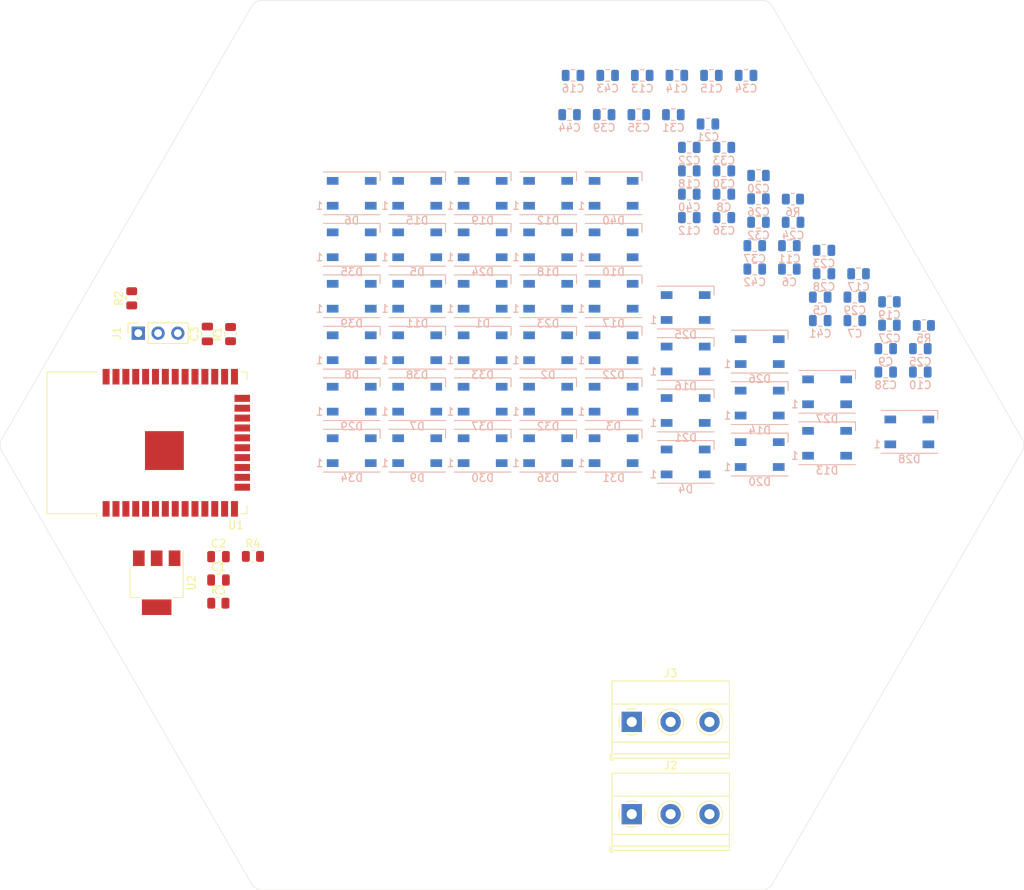
<source format=kicad_pcb>
(kicad_pcb (version 20171130) (host pcbnew 5.1.10-88a1d61d58~88~ubuntu20.10.1)
  (layers (0 F.Cu signal) (31 B.Cu signal) (34 B.Paste user) (35 F.Paste user) (36 B.SilkS user) (37 F.SilkS user) (38 B.Mask user) (39 F.Mask user) (44 Edge.Cuts user))
  (net 0 "")
  (net 1 GND)
  (net 2 +5V)
  (net 3 +3V3)
  (net 4 "Net-(D1-Pad2)")
  (net 5 "Net-(D1-Pad4)")
  (net 6 "Net-(D2-Pad2)")
  (net 7 "Net-(D2-Pad4)")
  (net 8 "Net-(D3-Pad2)")
  (net 9 "Net-(D3-Pad4)")
  (net 10 "Net-(D4-Pad2)")
  (net 11 "Net-(D39-Pad2)")
  (net 12 "Net-(D5-Pad2)")
  (net 13 "Net-(D10-Pad4)")
  (net 14 "Net-(D11-Pad4)")
  (net 15 "Net-(D12-Pad4)")
  (net 16 "Net-(D13-Pad4)")
  (net 17 "Net-(D10-Pad2)")
  (net 18 "Net-(D11-Pad2)")
  (net 19 "Net-(D12-Pad2)")
  (net 20 "Net-(D13-Pad2)")
  (net 21 "Net-(D14-Pad2)")
  (net 22 "Net-(D15-Pad2)")
  (net 23 "Net-(D16-Pad2)")
  (net 24 "Net-(D17-Pad2)")
  (net 25 "Net-(D18-Pad2)")
  (net 26 "Net-(D19-Pad2)")
  (net 27 "Net-(D20-Pad2)")
  (net 28 "Net-(D21-Pad2)")
  (net 29 "Net-(D22-Pad2)")
  (net 30 "Net-(D23-Pad2)")
  (net 31 "Net-(D24-Pad2)")
  (net 32 "Net-(D25-Pad2)")
  (net 33 "Net-(D26-Pad2)")
  (net 34 "Net-(D27-Pad2)")
  (net 35 "Net-(D28-Pad2)")
  (net 36 "Net-(D29-Pad2)")
  (net 37 "Net-(D30-Pad2)")
  (net 38 "Net-(D31-Pad2)")
  (net 39 "Net-(D32-Pad2)")
  (net 40 "Net-(D33-Pad2)")
  (net 41 "Net-(D34-Pad2)")
  (net 42 "Net-(D35-Pad2)")
  (net 43 "Net-(D36-Pad2)")
  (net 44 "Net-(D40-Pad2)")
  (net 45 /RGB_RING_SIG)
  (net 46 /EARTH)
  (net 47 /LIVE)
  (net 48 /NEUTRAL)
  (net 49 /ESP_EN)
  (net 50 /ESP_IO5)
  (net 51 /ESP_IO15)
  (net 52 /ESP_IO12)
  (net 53 /RGB_SIG)
  (net 54 "Net-(U1-Pad37)")
  (net 55 "Net-(U1-Pad36)")
  (net 56 "Net-(U1-Pad35)")
  (net 57 "Net-(U1-Pad34)")
  (net 58 "Net-(U1-Pad33)")
  (net 59 "Net-(U1-Pad32)")
  (net 60 /WARM_WHITE_SIG)
  (net 61 /COLD_WHITE_SIG)
  (net 62 "Net-(U1-Pad26)")
  (net 63 "Net-(U1-Pad25)")
  (net 64 "Net-(U1-Pad24)")
  (net 65 "Net-(U1-Pad22)")
  (net 66 "Net-(U1-Pad21)")
  (net 67 "Net-(U1-Pad20)")
  (net 68 "Net-(U1-Pad19)")
  (net 69 "Net-(U1-Pad18)")
  (net 70 "Net-(U1-Pad17)")
  (net 71 "Net-(U1-Pad16)")
  (net 72 "Net-(U1-Pad13)")
  (net 73 "Net-(U1-Pad12)")
  (net 74 "Net-(U1-Pad11)")
  (net 75 "Net-(U1-Pad10)")
  (net 76 "Net-(U1-Pad9)")
  (net 77 "Net-(U1-Pad8)")
  (net 78 "Net-(U1-Pad7)")
  (net 79 "Net-(U1-Pad6)")
  (net 80 "Net-(U1-Pad5)")
  (net 81 "Net-(U1-Pad4)")
  (module Package_TO_SOT_SMD:SOT-223-3_TabPin2 (layer F.Cu) (at 54.3 117.7 270)
    (fp_text reference U2 (at 0 -4.5 90) (layer F.SilkS))
    (fp_text value AMS1117-3.3)
    (pad 1 smd rect (at -3.15 -2.3 270) (size 2 1.5) (layers F.Cu F.Paste F.Mask) (net 1 GND))
    (pad 3 smd rect (at -3.15 2.3 270) (size 2 1.5) (layers F.Cu F.Paste F.Mask) (net 2 +5V))
    (pad 2 smd rect (at -3.15 0 270) (size 2 1.5) (layers F.Cu F.Paste F.Mask) (net 3 +3V3))
    (pad 2 smd rect (at 3.15 0 270) (size 2 3.8) (layers F.Cu F.Paste F.Mask) (net 3 +3V3))
  )
  (module RF_Module:ESP32-WROOM-32 (layer F.Cu) (at 56.05 99.7 90)
    (fp_text reference U1 (at -10.61 8.43) (layer F.SilkS))
    (fp_text value ESP32-WROOM-32D)
    (pad 38 smd rect (at 8.5 -8.255 90) (size 2 0.9) (layers F.Cu F.Paste F.Mask) (net 1 GND))
    (pad 37 smd rect (at 8.5 -6.985 90) (size 2 0.9) (layers F.Cu F.Paste F.Mask) (net 54 "Net-(U1-Pad37)"))
    (pad 36 smd rect (at 8.5 -5.715 90) (size 2 0.9) (layers F.Cu F.Paste F.Mask) (net 55 "Net-(U1-Pad36)"))
    (pad 35 smd rect (at 8.5 -4.445 90) (size 2 0.9) (layers F.Cu F.Paste F.Mask) (net 56 "Net-(U1-Pad35)"))
    (pad 34 smd rect (at 8.5 -3.175 90) (size 2 0.9) (layers F.Cu F.Paste F.Mask) (net 57 "Net-(U1-Pad34)"))
    (pad 33 smd rect (at 8.5 -1.905 90) (size 2 0.9) (layers F.Cu F.Paste F.Mask) (net 58 "Net-(U1-Pad33)"))
    (pad 32 smd rect (at 8.5 -0.635 90) (size 2 0.9) (layers F.Cu F.Paste F.Mask) (net 59 "Net-(U1-Pad32)"))
    (pad 31 smd rect (at 8.5 0.635 90) (size 2 0.9) (layers F.Cu F.Paste F.Mask) (net 60 /WARM_WHITE_SIG))
    (pad 30 smd rect (at 8.5 1.905 90) (size 2 0.9) (layers F.Cu F.Paste F.Mask) (net 61 /COLD_WHITE_SIG))
    (pad 29 smd rect (at 8.5 3.175 90) (size 2 0.9) (layers F.Cu F.Paste F.Mask) (net 50 /ESP_IO5))
    (pad 28 smd rect (at 8.5 4.445 90) (size 2 0.9) (layers F.Cu F.Paste F.Mask) (net 53 /RGB_SIG))
    (pad 27 smd rect (at 8.5 5.715 90) (size 2 0.9) (layers F.Cu F.Paste F.Mask) (net 45 /RGB_RING_SIG))
    (pad 26 smd rect (at 8.5 6.985 90) (size 2 0.9) (layers F.Cu F.Paste F.Mask) (net 62 "Net-(U1-Pad26)"))
    (pad 25 smd rect (at 8.5 8.255 90) (size 2 0.9) (layers F.Cu F.Paste F.Mask) (net 63 "Net-(U1-Pad25)"))
    (pad 24 smd rect (at 5.715 9.255 180) (size 2 0.9) (layers F.Cu F.Paste F.Mask) (net 64 "Net-(U1-Pad24)"))
    (pad 23 smd rect (at 4.445 9.255 180) (size 2 0.9) (layers F.Cu F.Paste F.Mask) (net 51 /ESP_IO15))
    (pad 22 smd rect (at 3.175 9.255 180) (size 2 0.9) (layers F.Cu F.Paste F.Mask) (net 65 "Net-(U1-Pad22)"))
    (pad 21 smd rect (at 1.905 9.255 180) (size 2 0.9) (layers F.Cu F.Paste F.Mask) (net 66 "Net-(U1-Pad21)"))
    (pad 20 smd rect (at 0.635 9.255 180) (size 2 0.9) (layers F.Cu F.Paste F.Mask) (net 67 "Net-(U1-Pad20)"))
    (pad 19 smd rect (at -0.635 9.255 180) (size 2 0.9) (layers F.Cu F.Paste F.Mask) (net 68 "Net-(U1-Pad19)"))
    (pad 18 smd rect (at -1.905 9.255 180) (size 2 0.9) (layers F.Cu F.Paste F.Mask) (net 69 "Net-(U1-Pad18)"))
    (pad 17 smd rect (at -3.175 9.255 180) (size 2 0.9) (layers F.Cu F.Paste F.Mask) (net 70 "Net-(U1-Pad17)"))
    (pad 16 smd rect (at -4.445 9.255 180) (size 2 0.9) (layers F.Cu F.Paste F.Mask) (net 71 "Net-(U1-Pad16)"))
    (pad 15 smd rect (at -5.715 9.255 180) (size 2 0.9) (layers F.Cu F.Paste F.Mask) (net 1 GND))
    (pad 14 smd rect (at -8.5 8.255 90) (size 2 0.9) (layers F.Cu F.Paste F.Mask) (net 52 /ESP_IO12))
    (pad 13 smd rect (at -8.5 6.985 90) (size 2 0.9) (layers F.Cu F.Paste F.Mask) (net 72 "Net-(U1-Pad13)"))
    (pad 12 smd rect (at -8.5 5.715 90) (size 2 0.9) (layers F.Cu F.Paste F.Mask) (net 73 "Net-(U1-Pad12)"))
    (pad 11 smd rect (at -8.5 4.445 90) (size 2 0.9) (layers F.Cu F.Paste F.Mask) (net 74 "Net-(U1-Pad11)"))
    (pad 10 smd rect (at -8.5 3.175 90) (size 2 0.9) (layers F.Cu F.Paste F.Mask) (net 75 "Net-(U1-Pad10)"))
    (pad 9 smd rect (at -8.5 1.905 90) (size 2 0.9) (layers F.Cu F.Paste F.Mask) (net 76 "Net-(U1-Pad9)"))
    (pad 8 smd rect (at -8.5 0.635 90) (size 2 0.9) (layers F.Cu F.Paste F.Mask) (net 77 "Net-(U1-Pad8)"))
    (pad 7 smd rect (at -8.5 -0.635 90) (size 2 0.9) (layers F.Cu F.Paste F.Mask) (net 78 "Net-(U1-Pad7)"))
    (pad 6 smd rect (at -8.5 -1.905 90) (size 2 0.9) (layers F.Cu F.Paste F.Mask) (net 79 "Net-(U1-Pad6)"))
    (pad 5 smd rect (at -8.5 -3.175 90) (size 2 0.9) (layers F.Cu F.Paste F.Mask) (net 80 "Net-(U1-Pad5)"))
    (pad 4 smd rect (at -8.5 -4.445 90) (size 2 0.9) (layers F.Cu F.Paste F.Mask) (net 81 "Net-(U1-Pad4)"))
    (pad 3 smd rect (at -8.5 -5.715 90) (size 2 0.9) (layers F.Cu F.Paste F.Mask) (net 49 /ESP_EN))
    (pad 2 smd rect (at -8.5 -6.985 90) (size 2 0.9) (layers F.Cu F.Paste F.Mask) (net 3 +3V3))
    (pad 1 smd rect (at -8.5 -8.255 90) (size 2 0.9) (layers F.Cu F.Paste F.Mask) (net 1 GND))
    (pad 39 smd rect (at -1 -0.755 90) (size 5 5) (layers F.Cu F.Paste F.Mask) (net 1 GND))
  )
  (module Resistor_SMD:R_0805_2012Metric (layer B.Cu) (at 136.13 68.36)
    (fp_text reference R6 (at 0 1.65) (layer B.SilkS) (effects (justify mirror)))
    (fp_text value 500R)
    (pad 2 smd roundrect (at 0.9125 0) (size 1.025 1.4) (layers B.Cu B.Paste B.Mask) (roundrect_rratio 0.243902) (net 44 "Net-(D40-Pad2)"))
    (pad 1 smd roundrect (at -0.9125 0) (size 1.025 1.4) (layers B.Cu B.Paste B.Mask) (roundrect_rratio 0.243902) (net 1 GND))
  )
  (module Resistor_SMD:R_0805_2012Metric (layer B.Cu) (at 152.97 84.61)
    (fp_text reference R5 (at 0 1.65) (layer B.SilkS) (effects (justify mirror)))
    (fp_text value 500R)
    (pad 2 smd roundrect (at 0.9125 0) (size 1.025 1.4) (layers B.Cu B.Paste B.Mask) (roundrect_rratio 0.243902) (net 53 /RGB_SIG))
    (pad 1 smd roundrect (at -0.9125 0) (size 1.025 1.4) (layers B.Cu B.Paste B.Mask) (roundrect_rratio 0.243902) (net 5 "Net-(D1-Pad4)"))
  )
  (module Resistor_SMD:R_0805_2012Metric (layer F.Cu) (at 66.68 114.31)
    (fp_text reference R4 (at 0 -1.65) (layer F.SilkS))
    (fp_text value "10K 0805")
    (pad 2 smd roundrect (at 0.9125 0) (size 1.025 1.4) (layers F.Cu F.Paste F.Mask) (roundrect_rratio 0.243902) (net 52 /ESP_IO12))
    (pad 1 smd roundrect (at -0.9125 0) (size 1.025 1.4) (layers F.Cu F.Paste F.Mask) (roundrect_rratio 0.243902) (net 1 GND))
  )
  (module Resistor_SMD:R_0805_2012Metric (layer F.Cu) (at 62.23 120.33)
    (fp_text reference R3 (at 0 -1.65) (layer F.SilkS))
    (fp_text value "10K 0805")
    (pad 2 smd roundrect (at 0.9125 0) (size 1.025 1.4) (layers F.Cu F.Paste F.Mask) (roundrect_rratio 0.243902) (net 51 /ESP_IO15))
    (pad 1 smd roundrect (at -0.9125 0) (size 1.025 1.4) (layers F.Cu F.Paste F.Mask) (roundrect_rratio 0.243902) (net 3 +3V3))
  )
  (module Resistor_SMD:R_0805_2012Metric (layer F.Cu) (at 51.09 81.12 90)
    (fp_text reference R2 (at 0 -1.65 90) (layer F.SilkS))
    (fp_text value "10K 0805")
    (pad 2 smd roundrect (at 0.9125 0 90) (size 1.025 1.4) (layers F.Cu F.Paste F.Mask) (roundrect_rratio 0.243902) (net 50 /ESP_IO5))
    (pad 1 smd roundrect (at -0.9125 0 90) (size 1.025 1.4) (layers F.Cu F.Paste F.Mask) (roundrect_rratio 0.243902) (net 3 +3V3))
  )
  (module Resistor_SMD:R_0805_2012Metric (layer F.Cu) (at 63.8 85.72 90)
    (fp_text reference R1 (at 0 -1.65 90) (layer F.SilkS))
    (fp_text value "10K 0805")
    (pad 2 smd roundrect (at 0.9125 0 90) (size 1.025 1.4) (layers F.Cu F.Paste F.Mask) (roundrect_rratio 0.243902) (net 49 /ESP_EN))
    (pad 1 smd roundrect (at -0.9125 0 90) (size 1.025 1.4) (layers F.Cu F.Paste F.Mask) (roundrect_rratio 0.243902) (net 3 +3V3))
  )
  (module TerminalBlock_Phoenix:TerminalBlock_Phoenix_MKDS-1,5-3_1x03_P5.00mm_Horizontal (layer F.Cu) (at 115.4 135.6)
    (fp_text reference J3 (at 5 -6.26) (layer F.SilkS))
    (fp_text value "External 230AC ")
    (pad 3 thru_hole circle (at 10 0) (size 2.6 2.6) (drill 1.3) (layers *.Cu *.Mask) (net 46 /EARTH))
    (pad 2 thru_hole circle (at 5 0) (size 2.6 2.6) (drill 1.3) (layers *.Cu *.Mask) (net 47 /LIVE))
    (pad 1 thru_hole rect (at 0 0) (size 2.6 2.6) (drill 1.3) (layers *.Cu *.Mask) (net 48 /NEUTRAL))
  )
  (module TerminalBlock_Phoenix:TerminalBlock_Phoenix_MKDS-1,5-3_1x03_P5.00mm_Horizontal (layer F.Cu) (at 115.4 147.46)
    (fp_text reference J2 (at 5 -6.26) (layer F.SilkS))
    (fp_text value "External 230AC ")
    (pad 3 thru_hole circle (at 10 0) (size 2.6 2.6) (drill 1.3) (layers *.Cu *.Mask) (net 46 /EARTH))
    (pad 2 thru_hole circle (at 5 0) (size 2.6 2.6) (drill 1.3) (layers *.Cu *.Mask) (net 47 /LIVE))
    (pad 1 thru_hole rect (at 0 0) (size 2.6 2.6) (drill 1.3) (layers *.Cu *.Mask) (net 48 /NEUTRAL))
  )
  (module Connector_PinSocket_2.54mm:PinSocket_1x03_P2.54mm_Vertical (layer F.Cu) (at 51.94 85.6 90)
    (fp_text reference J1 (at 0 -2.77 90) (layer F.SilkS))
    (fp_text value "RGB LED RING")
    (pad 3 thru_hole oval (at 0 5.08 90) (size 1.7 1.7) (drill 1) (layers *.Cu *.Mask) (net 1 GND))
    (pad 2 thru_hole oval (at 0 2.54 90) (size 1.7 1.7) (drill 1) (layers *.Cu *.Mask) (net 45 /RGB_RING_SIG))
    (pad 1 thru_hole rect (at 0 0 90) (size 1.7 1.7) (drill 1) (layers *.Cu *.Mask) (net 2 +5V))
  )
  (module LED_SMD:LED_WS2812B_PLCC4_5.0x5.0mm_P3.2mm (layer B.Cu) (at 113.065 67.615)
    (fp_text reference D40 (at 0 3.5) (layer B.SilkS) (effects (justify mirror)))
    (fp_text value WS2812B)
    (fp_text user 1 (at -4.15 1.6) (layer B.SilkS) (effects (justify mirror)))
    (pad 1 smd rect (at -2.45 1.6) (size 1.5 1) (layers B.Cu B.Paste B.Mask) (net 2 +5V))
    (pad 2 smd rect (at -2.45 -1.6) (size 1.5 1) (layers B.Cu B.Paste B.Mask) (net 44 "Net-(D40-Pad2)"))
    (pad 4 smd rect (at 2.45 1.6) (size 1.5 1) (layers B.Cu B.Paste B.Mask) (net 43 "Net-(D36-Pad2)"))
    (pad 3 smd rect (at 2.45 -1.6) (size 1.5 1) (layers B.Cu B.Paste B.Mask) (net 1 GND))
  )
  (module LED_SMD:LED_WS2812B_PLCC4_5.0x5.0mm_P3.2mm (layer B.Cu) (at 79.385 80.855)
    (fp_text reference D39 (at 0 3.5) (layer B.SilkS) (effects (justify mirror)))
    (fp_text value WS2812B)
    (fp_text user 1 (at -4.15 1.6) (layer B.SilkS) (effects (justify mirror)))
    (pad 1 smd rect (at -2.45 1.6) (size 1.5 1) (layers B.Cu B.Paste B.Mask) (net 2 +5V))
    (pad 2 smd rect (at -2.45 -1.6) (size 1.5 1) (layers B.Cu B.Paste B.Mask) (net 11 "Net-(D39-Pad2)"))
    (pad 4 smd rect (at 2.45 1.6) (size 1.5 1) (layers B.Cu B.Paste B.Mask) (net 42 "Net-(D35-Pad2)"))
    (pad 3 smd rect (at 2.45 -1.6) (size 1.5 1) (layers B.Cu B.Paste B.Mask) (net 1 GND))
  )
  (module LED_SMD:LED_WS2812B_PLCC4_5.0x5.0mm_P3.2mm (layer B.Cu) (at 87.805 87.475)
    (fp_text reference D38 (at 0 3.5) (layer B.SilkS) (effects (justify mirror)))
    (fp_text value WS2812B)
    (fp_text user 1 (at -4.15 1.6) (layer B.SilkS) (effects (justify mirror)))
    (pad 1 smd rect (at -2.45 1.6) (size 1.5 1) (layers B.Cu B.Paste B.Mask) (net 2 +5V))
    (pad 2 smd rect (at -2.45 -1.6) (size 1.5 1) (layers B.Cu B.Paste B.Mask) (net 9 "Net-(D3-Pad4)"))
    (pad 4 smd rect (at 2.45 1.6) (size 1.5 1) (layers B.Cu B.Paste B.Mask) (net 41 "Net-(D34-Pad2)"))
    (pad 3 smd rect (at 2.45 -1.6) (size 1.5 1) (layers B.Cu B.Paste B.Mask) (net 1 GND))
  )
  (module LED_SMD:LED_WS2812B_PLCC4_5.0x5.0mm_P3.2mm (layer B.Cu) (at 96.225 94.095)
    (fp_text reference D37 (at 0 3.5) (layer B.SilkS) (effects (justify mirror)))
    (fp_text value WS2812B)
    (fp_text user 1 (at -4.15 1.6) (layer B.SilkS) (effects (justify mirror)))
    (pad 1 smd rect (at -2.45 1.6) (size 1.5 1) (layers B.Cu B.Paste B.Mask) (net 2 +5V))
    (pad 2 smd rect (at -2.45 -1.6) (size 1.5 1) (layers B.Cu B.Paste B.Mask) (net 7 "Net-(D2-Pad4)"))
    (pad 4 smd rect (at 2.45 1.6) (size 1.5 1) (layers B.Cu B.Paste B.Mask) (net 40 "Net-(D33-Pad2)"))
    (pad 3 smd rect (at 2.45 -1.6) (size 1.5 1) (layers B.Cu B.Paste B.Mask) (net 1 GND))
  )
  (module LED_SMD:LED_WS2812B_PLCC4_5.0x5.0mm_P3.2mm (layer B.Cu) (at 104.645 100.715)
    (fp_text reference D36 (at 0 3.5) (layer B.SilkS) (effects (justify mirror)))
    (fp_text value WS2812B)
    (fp_text user 1 (at -4.15 1.6) (layer B.SilkS) (effects (justify mirror)))
    (pad 1 smd rect (at -2.45 1.6) (size 1.5 1) (layers B.Cu B.Paste B.Mask) (net 2 +5V))
    (pad 2 smd rect (at -2.45 -1.6) (size 1.5 1) (layers B.Cu B.Paste B.Mask) (net 43 "Net-(D36-Pad2)"))
    (pad 4 smd rect (at 2.45 1.6) (size 1.5 1) (layers B.Cu B.Paste B.Mask) (net 39 "Net-(D32-Pad2)"))
    (pad 3 smd rect (at 2.45 -1.6) (size 1.5 1) (layers B.Cu B.Paste B.Mask) (net 1 GND))
  )
  (module LED_SMD:LED_WS2812B_PLCC4_5.0x5.0mm_P3.2mm (layer B.Cu) (at 79.385 74.235)
    (fp_text reference D35 (at 0 3.5) (layer B.SilkS) (effects (justify mirror)))
    (fp_text value WS2812B)
    (fp_text user 1 (at -4.15 1.6) (layer B.SilkS) (effects (justify mirror)))
    (pad 1 smd rect (at -2.45 1.6) (size 1.5 1) (layers B.Cu B.Paste B.Mask) (net 2 +5V))
    (pad 2 smd rect (at -2.45 -1.6) (size 1.5 1) (layers B.Cu B.Paste B.Mask) (net 42 "Net-(D35-Pad2)"))
    (pad 4 smd rect (at 2.45 1.6) (size 1.5 1) (layers B.Cu B.Paste B.Mask) (net 38 "Net-(D31-Pad2)"))
    (pad 3 smd rect (at 2.45 -1.6) (size 1.5 1) (layers B.Cu B.Paste B.Mask) (net 1 GND))
  )
  (module LED_SMD:LED_WS2812B_PLCC4_5.0x5.0mm_P3.2mm (layer B.Cu) (at 79.385 100.715)
    (fp_text reference D34 (at 0 3.5) (layer B.SilkS) (effects (justify mirror)))
    (fp_text value WS2812B)
    (fp_text user 1 (at -4.15 1.6) (layer B.SilkS) (effects (justify mirror)))
    (pad 1 smd rect (at -2.45 1.6) (size 1.5 1) (layers B.Cu B.Paste B.Mask) (net 2 +5V))
    (pad 2 smd rect (at -2.45 -1.6) (size 1.5 1) (layers B.Cu B.Paste B.Mask) (net 41 "Net-(D34-Pad2)"))
    (pad 4 smd rect (at 2.45 1.6) (size 1.5 1) (layers B.Cu B.Paste B.Mask) (net 37 "Net-(D30-Pad2)"))
    (pad 3 smd rect (at 2.45 -1.6) (size 1.5 1) (layers B.Cu B.Paste B.Mask) (net 1 GND))
  )
  (module LED_SMD:LED_WS2812B_PLCC4_5.0x5.0mm_P3.2mm (layer B.Cu) (at 96.225 87.475)
    (fp_text reference D33 (at 0 3.5) (layer B.SilkS) (effects (justify mirror)))
    (fp_text value WS2812B)
    (fp_text user 1 (at -4.15 1.6) (layer B.SilkS) (effects (justify mirror)))
    (pad 1 smd rect (at -2.45 1.6) (size 1.5 1) (layers B.Cu B.Paste B.Mask) (net 2 +5V))
    (pad 2 smd rect (at -2.45 -1.6) (size 1.5 1) (layers B.Cu B.Paste B.Mask) (net 40 "Net-(D33-Pad2)"))
    (pad 4 smd rect (at 2.45 1.6) (size 1.5 1) (layers B.Cu B.Paste B.Mask) (net 36 "Net-(D29-Pad2)"))
    (pad 3 smd rect (at 2.45 -1.6) (size 1.5 1) (layers B.Cu B.Paste B.Mask) (net 1 GND))
  )
  (module LED_SMD:LED_WS2812B_PLCC4_5.0x5.0mm_P3.2mm (layer B.Cu) (at 104.645 94.095)
    (fp_text reference D32 (at 0 3.5) (layer B.SilkS) (effects (justify mirror)))
    (fp_text value WS2812B)
    (fp_text user 1 (at -4.15 1.6) (layer B.SilkS) (effects (justify mirror)))
    (pad 1 smd rect (at -2.45 1.6) (size 1.5 1) (layers B.Cu B.Paste B.Mask) (net 2 +5V))
    (pad 2 smd rect (at -2.45 -1.6) (size 1.5 1) (layers B.Cu B.Paste B.Mask) (net 39 "Net-(D32-Pad2)"))
    (pad 4 smd rect (at 2.45 1.6) (size 1.5 1) (layers B.Cu B.Paste B.Mask) (net 35 "Net-(D28-Pad2)"))
    (pad 3 smd rect (at 2.45 -1.6) (size 1.5 1) (layers B.Cu B.Paste B.Mask) (net 1 GND))
  )
  (module LED_SMD:LED_WS2812B_PLCC4_5.0x5.0mm_P3.2mm (layer B.Cu) (at 113.065 100.715)
    (fp_text reference D31 (at 0 3.5) (layer B.SilkS) (effects (justify mirror)))
    (fp_text value WS2812B)
    (fp_text user 1 (at -4.15 1.6) (layer B.SilkS) (effects (justify mirror)))
    (pad 1 smd rect (at -2.45 1.6) (size 1.5 1) (layers B.Cu B.Paste B.Mask) (net 2 +5V))
    (pad 2 smd rect (at -2.45 -1.6) (size 1.5 1) (layers B.Cu B.Paste B.Mask) (net 38 "Net-(D31-Pad2)"))
    (pad 4 smd rect (at 2.45 1.6) (size 1.5 1) (layers B.Cu B.Paste B.Mask) (net 34 "Net-(D27-Pad2)"))
    (pad 3 smd rect (at 2.45 -1.6) (size 1.5 1) (layers B.Cu B.Paste B.Mask) (net 1 GND))
  )
  (module LED_SMD:LED_WS2812B_PLCC4_5.0x5.0mm_P3.2mm (layer B.Cu) (at 96.225 100.715)
    (fp_text reference D30 (at 0 3.5) (layer B.SilkS) (effects (justify mirror)))
    (fp_text value WS2812B)
    (fp_text user 1 (at -4.15 1.6) (layer B.SilkS) (effects (justify mirror)))
    (pad 1 smd rect (at -2.45 1.6) (size 1.5 1) (layers B.Cu B.Paste B.Mask) (net 2 +5V))
    (pad 2 smd rect (at -2.45 -1.6) (size 1.5 1) (layers B.Cu B.Paste B.Mask) (net 37 "Net-(D30-Pad2)"))
    (pad 4 smd rect (at 2.45 1.6) (size 1.5 1) (layers B.Cu B.Paste B.Mask) (net 33 "Net-(D26-Pad2)"))
    (pad 3 smd rect (at 2.45 -1.6) (size 1.5 1) (layers B.Cu B.Paste B.Mask) (net 1 GND))
  )
  (module LED_SMD:LED_WS2812B_PLCC4_5.0x5.0mm_P3.2mm (layer B.Cu) (at 79.385 94.095)
    (fp_text reference D29 (at 0 3.5) (layer B.SilkS) (effects (justify mirror)))
    (fp_text value WS2812B)
    (fp_text user 1 (at -4.15 1.6) (layer B.SilkS) (effects (justify mirror)))
    (pad 1 smd rect (at -2.45 1.6) (size 1.5 1) (layers B.Cu B.Paste B.Mask) (net 2 +5V))
    (pad 2 smd rect (at -2.45 -1.6) (size 1.5 1) (layers B.Cu B.Paste B.Mask) (net 36 "Net-(D29-Pad2)"))
    (pad 4 smd rect (at 2.45 1.6) (size 1.5 1) (layers B.Cu B.Paste B.Mask) (net 32 "Net-(D25-Pad2)"))
    (pad 3 smd rect (at 2.45 -1.6) (size 1.5 1) (layers B.Cu B.Paste B.Mask) (net 1 GND))
  )
  (module LED_SMD:LED_WS2812B_PLCC4_5.0x5.0mm_P3.2mm (layer B.Cu) (at 151.1 98.3)
    (fp_text reference D28 (at 0 3.5) (layer B.SilkS) (effects (justify mirror)))
    (fp_text value WS2812B)
    (fp_text user 1 (at -4.15 1.6) (layer B.SilkS) (effects (justify mirror)))
    (pad 1 smd rect (at -2.45 1.6) (size 1.5 1) (layers B.Cu B.Paste B.Mask) (net 2 +5V))
    (pad 2 smd rect (at -2.45 -1.6) (size 1.5 1) (layers B.Cu B.Paste B.Mask) (net 35 "Net-(D28-Pad2)"))
    (pad 4 smd rect (at 2.45 1.6) (size 1.5 1) (layers B.Cu B.Paste B.Mask) (net 31 "Net-(D24-Pad2)"))
    (pad 3 smd rect (at 2.45 -1.6) (size 1.5 1) (layers B.Cu B.Paste B.Mask) (net 1 GND))
  )
  (module LED_SMD:LED_WS2812B_PLCC4_5.0x5.0mm_P3.2mm (layer B.Cu) (at 140.525 93.145)
    (fp_text reference D27 (at 0 3.5) (layer B.SilkS) (effects (justify mirror)))
    (fp_text value WS2812B)
    (fp_text user 1 (at -4.15 1.6) (layer B.SilkS) (effects (justify mirror)))
    (pad 1 smd rect (at -2.45 1.6) (size 1.5 1) (layers B.Cu B.Paste B.Mask) (net 2 +5V))
    (pad 2 smd rect (at -2.45 -1.6) (size 1.5 1) (layers B.Cu B.Paste B.Mask) (net 34 "Net-(D27-Pad2)"))
    (pad 4 smd rect (at 2.45 1.6) (size 1.5 1) (layers B.Cu B.Paste B.Mask) (net 30 "Net-(D23-Pad2)"))
    (pad 3 smd rect (at 2.45 -1.6) (size 1.5 1) (layers B.Cu B.Paste B.Mask) (net 1 GND))
  )
  (module LED_SMD:LED_WS2812B_PLCC4_5.0x5.0mm_P3.2mm (layer B.Cu) (at 131.855 87.975)
    (fp_text reference D26 (at 0 3.5) (layer B.SilkS) (effects (justify mirror)))
    (fp_text value WS2812B)
    (fp_text user 1 (at -4.15 1.6) (layer B.SilkS) (effects (justify mirror)))
    (pad 1 smd rect (at -2.45 1.6) (size 1.5 1) (layers B.Cu B.Paste B.Mask) (net 2 +5V))
    (pad 2 smd rect (at -2.45 -1.6) (size 1.5 1) (layers B.Cu B.Paste B.Mask) (net 33 "Net-(D26-Pad2)"))
    (pad 4 smd rect (at 2.45 1.6) (size 1.5 1) (layers B.Cu B.Paste B.Mask) (net 29 "Net-(D22-Pad2)"))
    (pad 3 smd rect (at 2.45 -1.6) (size 1.5 1) (layers B.Cu B.Paste B.Mask) (net 1 GND))
  )
  (module LED_SMD:LED_WS2812B_PLCC4_5.0x5.0mm_P3.2mm (layer B.Cu) (at 122.335 82.305)
    (fp_text reference D25 (at 0 3.5) (layer B.SilkS) (effects (justify mirror)))
    (fp_text value WS2812B)
    (fp_text user 1 (at -4.15 1.6) (layer B.SilkS) (effects (justify mirror)))
    (pad 1 smd rect (at -2.45 1.6) (size 1.5 1) (layers B.Cu B.Paste B.Mask) (net 2 +5V))
    (pad 2 smd rect (at -2.45 -1.6) (size 1.5 1) (layers B.Cu B.Paste B.Mask) (net 32 "Net-(D25-Pad2)"))
    (pad 4 smd rect (at 2.45 1.6) (size 1.5 1) (layers B.Cu B.Paste B.Mask) (net 28 "Net-(D21-Pad2)"))
    (pad 3 smd rect (at 2.45 -1.6) (size 1.5 1) (layers B.Cu B.Paste B.Mask) (net 1 GND))
  )
  (module LED_SMD:LED_WS2812B_PLCC4_5.0x5.0mm_P3.2mm (layer B.Cu) (at 96.225 74.235)
    (fp_text reference D24 (at 0 3.5) (layer B.SilkS) (effects (justify mirror)))
    (fp_text value WS2812B)
    (fp_text user 1 (at -4.15 1.6) (layer B.SilkS) (effects (justify mirror)))
    (pad 1 smd rect (at -2.45 1.6) (size 1.5 1) (layers B.Cu B.Paste B.Mask) (net 2 +5V))
    (pad 2 smd rect (at -2.45 -1.6) (size 1.5 1) (layers B.Cu B.Paste B.Mask) (net 31 "Net-(D24-Pad2)"))
    (pad 4 smd rect (at 2.45 1.6) (size 1.5 1) (layers B.Cu B.Paste B.Mask) (net 27 "Net-(D20-Pad2)"))
    (pad 3 smd rect (at 2.45 -1.6) (size 1.5 1) (layers B.Cu B.Paste B.Mask) (net 1 GND))
  )
  (module LED_SMD:LED_WS2812B_PLCC4_5.0x5.0mm_P3.2mm (layer B.Cu) (at 104.645 80.855)
    (fp_text reference D23 (at 0 3.5) (layer B.SilkS) (effects (justify mirror)))
    (fp_text value WS2812B)
    (fp_text user 1 (at -4.15 1.6) (layer B.SilkS) (effects (justify mirror)))
    (pad 1 smd rect (at -2.45 1.6) (size 1.5 1) (layers B.Cu B.Paste B.Mask) (net 2 +5V))
    (pad 2 smd rect (at -2.45 -1.6) (size 1.5 1) (layers B.Cu B.Paste B.Mask) (net 30 "Net-(D23-Pad2)"))
    (pad 4 smd rect (at 2.45 1.6) (size 1.5 1) (layers B.Cu B.Paste B.Mask) (net 26 "Net-(D19-Pad2)"))
    (pad 3 smd rect (at 2.45 -1.6) (size 1.5 1) (layers B.Cu B.Paste B.Mask) (net 1 GND))
  )
  (module LED_SMD:LED_WS2812B_PLCC4_5.0x5.0mm_P3.2mm (layer B.Cu) (at 113.065 87.475)
    (fp_text reference D22 (at 0 3.5) (layer B.SilkS) (effects (justify mirror)))
    (fp_text value WS2812B)
    (fp_text user 1 (at -4.15 1.6) (layer B.SilkS) (effects (justify mirror)))
    (pad 1 smd rect (at -2.45 1.6) (size 1.5 1) (layers B.Cu B.Paste B.Mask) (net 2 +5V))
    (pad 2 smd rect (at -2.45 -1.6) (size 1.5 1) (layers B.Cu B.Paste B.Mask) (net 29 "Net-(D22-Pad2)"))
    (pad 4 smd rect (at 2.45 1.6) (size 1.5 1) (layers B.Cu B.Paste B.Mask) (net 25 "Net-(D18-Pad2)"))
    (pad 3 smd rect (at 2.45 -1.6) (size 1.5 1) (layers B.Cu B.Paste B.Mask) (net 1 GND))
  )
  (module LED_SMD:LED_WS2812B_PLCC4_5.0x5.0mm_P3.2mm (layer B.Cu) (at 122.335 95.545)
    (fp_text reference D21 (at 0 3.5) (layer B.SilkS) (effects (justify mirror)))
    (fp_text value WS2812B)
    (fp_text user 1 (at -4.15 1.6) (layer B.SilkS) (effects (justify mirror)))
    (pad 1 smd rect (at -2.45 1.6) (size 1.5 1) (layers B.Cu B.Paste B.Mask) (net 2 +5V))
    (pad 2 smd rect (at -2.45 -1.6) (size 1.5 1) (layers B.Cu B.Paste B.Mask) (net 28 "Net-(D21-Pad2)"))
    (pad 4 smd rect (at 2.45 1.6) (size 1.5 1) (layers B.Cu B.Paste B.Mask) (net 24 "Net-(D17-Pad2)"))
    (pad 3 smd rect (at 2.45 -1.6) (size 1.5 1) (layers B.Cu B.Paste B.Mask) (net 1 GND))
  )
  (module LED_SMD:LED_WS2812B_PLCC4_5.0x5.0mm_P3.2mm (layer B.Cu) (at 131.855 101.215)
    (fp_text reference D20 (at 0 3.5) (layer B.SilkS) (effects (justify mirror)))
    (fp_text value WS2812B)
    (fp_text user 1 (at -4.15 1.6) (layer B.SilkS) (effects (justify mirror)))
    (pad 1 smd rect (at -2.45 1.6) (size 1.5 1) (layers B.Cu B.Paste B.Mask) (net 2 +5V))
    (pad 2 smd rect (at -2.45 -1.6) (size 1.5 1) (layers B.Cu B.Paste B.Mask) (net 27 "Net-(D20-Pad2)"))
    (pad 4 smd rect (at 2.45 1.6) (size 1.5 1) (layers B.Cu B.Paste B.Mask) (net 23 "Net-(D16-Pad2)"))
    (pad 3 smd rect (at 2.45 -1.6) (size 1.5 1) (layers B.Cu B.Paste B.Mask) (net 1 GND))
  )
  (module LED_SMD:LED_WS2812B_PLCC4_5.0x5.0mm_P3.2mm (layer B.Cu) (at 96.225 67.615)
    (fp_text reference D19 (at 0 3.5) (layer B.SilkS) (effects (justify mirror)))
    (fp_text value WS2812B)
    (fp_text user 1 (at -4.15 1.6) (layer B.SilkS) (effects (justify mirror)))
    (pad 1 smd rect (at -2.45 1.6) (size 1.5 1) (layers B.Cu B.Paste B.Mask) (net 2 +5V))
    (pad 2 smd rect (at -2.45 -1.6) (size 1.5 1) (layers B.Cu B.Paste B.Mask) (net 26 "Net-(D19-Pad2)"))
    (pad 4 smd rect (at 2.45 1.6) (size 1.5 1) (layers B.Cu B.Paste B.Mask) (net 22 "Net-(D15-Pad2)"))
    (pad 3 smd rect (at 2.45 -1.6) (size 1.5 1) (layers B.Cu B.Paste B.Mask) (net 1 GND))
  )
  (module LED_SMD:LED_WS2812B_PLCC4_5.0x5.0mm_P3.2mm (layer B.Cu) (at 104.645 74.235)
    (fp_text reference D18 (at 0 3.5) (layer B.SilkS) (effects (justify mirror)))
    (fp_text value WS2812B)
    (fp_text user 1 (at -4.15 1.6) (layer B.SilkS) (effects (justify mirror)))
    (pad 1 smd rect (at -2.45 1.6) (size 1.5 1) (layers B.Cu B.Paste B.Mask) (net 2 +5V))
    (pad 2 smd rect (at -2.45 -1.6) (size 1.5 1) (layers B.Cu B.Paste B.Mask) (net 25 "Net-(D18-Pad2)"))
    (pad 4 smd rect (at 2.45 1.6) (size 1.5 1) (layers B.Cu B.Paste B.Mask) (net 21 "Net-(D14-Pad2)"))
    (pad 3 smd rect (at 2.45 -1.6) (size 1.5 1) (layers B.Cu B.Paste B.Mask) (net 1 GND))
  )
  (module LED_SMD:LED_WS2812B_PLCC4_5.0x5.0mm_P3.2mm (layer B.Cu) (at 113.065 80.855)
    (fp_text reference D17 (at 0 3.5) (layer B.SilkS) (effects (justify mirror)))
    (fp_text value WS2812B)
    (fp_text user 1 (at -4.15 1.6) (layer B.SilkS) (effects (justify mirror)))
    (pad 1 smd rect (at -2.45 1.6) (size 1.5 1) (layers B.Cu B.Paste B.Mask) (net 2 +5V))
    (pad 2 smd rect (at -2.45 -1.6) (size 1.5 1) (layers B.Cu B.Paste B.Mask) (net 24 "Net-(D17-Pad2)"))
    (pad 4 smd rect (at 2.45 1.6) (size 1.5 1) (layers B.Cu B.Paste B.Mask) (net 20 "Net-(D13-Pad2)"))
    (pad 3 smd rect (at 2.45 -1.6) (size 1.5 1) (layers B.Cu B.Paste B.Mask) (net 1 GND))
  )
  (module LED_SMD:LED_WS2812B_PLCC4_5.0x5.0mm_P3.2mm (layer B.Cu) (at 122.335 88.925)
    (fp_text reference D16 (at 0 3.5) (layer B.SilkS) (effects (justify mirror)))
    (fp_text value WS2812B)
    (fp_text user 1 (at -4.15 1.6) (layer B.SilkS) (effects (justify mirror)))
    (pad 1 smd rect (at -2.45 1.6) (size 1.5 1) (layers B.Cu B.Paste B.Mask) (net 2 +5V))
    (pad 2 smd rect (at -2.45 -1.6) (size 1.5 1) (layers B.Cu B.Paste B.Mask) (net 23 "Net-(D16-Pad2)"))
    (pad 4 smd rect (at 2.45 1.6) (size 1.5 1) (layers B.Cu B.Paste B.Mask) (net 19 "Net-(D12-Pad2)"))
    (pad 3 smd rect (at 2.45 -1.6) (size 1.5 1) (layers B.Cu B.Paste B.Mask) (net 1 GND))
  )
  (module LED_SMD:LED_WS2812B_PLCC4_5.0x5.0mm_P3.2mm (layer B.Cu) (at 87.805 67.615)
    (fp_text reference D15 (at 0 3.5) (layer B.SilkS) (effects (justify mirror)))
    (fp_text value WS2812B)
    (fp_text user 1 (at -4.15 1.6) (layer B.SilkS) (effects (justify mirror)))
    (pad 1 smd rect (at -2.45 1.6) (size 1.5 1) (layers B.Cu B.Paste B.Mask) (net 2 +5V))
    (pad 2 smd rect (at -2.45 -1.6) (size 1.5 1) (layers B.Cu B.Paste B.Mask) (net 22 "Net-(D15-Pad2)"))
    (pad 4 smd rect (at 2.45 1.6) (size 1.5 1) (layers B.Cu B.Paste B.Mask) (net 18 "Net-(D11-Pad2)"))
    (pad 3 smd rect (at 2.45 -1.6) (size 1.5 1) (layers B.Cu B.Paste B.Mask) (net 1 GND))
  )
  (module LED_SMD:LED_WS2812B_PLCC4_5.0x5.0mm_P3.2mm (layer B.Cu) (at 131.855 94.595)
    (fp_text reference D14 (at 0 3.5) (layer B.SilkS) (effects (justify mirror)))
    (fp_text value WS2812B)
    (fp_text user 1 (at -4.15 1.6) (layer B.SilkS) (effects (justify mirror)))
    (pad 1 smd rect (at -2.45 1.6) (size 1.5 1) (layers B.Cu B.Paste B.Mask) (net 2 +5V))
    (pad 2 smd rect (at -2.45 -1.6) (size 1.5 1) (layers B.Cu B.Paste B.Mask) (net 21 "Net-(D14-Pad2)"))
    (pad 4 smd rect (at 2.45 1.6) (size 1.5 1) (layers B.Cu B.Paste B.Mask) (net 17 "Net-(D10-Pad2)"))
    (pad 3 smd rect (at 2.45 -1.6) (size 1.5 1) (layers B.Cu B.Paste B.Mask) (net 1 GND))
  )
  (module LED_SMD:LED_WS2812B_PLCC4_5.0x5.0mm_P3.2mm (layer B.Cu) (at 140.525 99.765)
    (fp_text reference D13 (at 0 3.5) (layer B.SilkS) (effects (justify mirror)))
    (fp_text value WS2812B)
    (fp_text user 1 (at -4.15 1.6) (layer B.SilkS) (effects (justify mirror)))
    (pad 1 smd rect (at -2.45 1.6) (size 1.5 1) (layers B.Cu B.Paste B.Mask) (net 2 +5V))
    (pad 2 smd rect (at -2.45 -1.6) (size 1.5 1) (layers B.Cu B.Paste B.Mask) (net 20 "Net-(D13-Pad2)"))
    (pad 4 smd rect (at 2.45 1.6) (size 1.5 1) (layers B.Cu B.Paste B.Mask) (net 16 "Net-(D13-Pad4)"))
    (pad 3 smd rect (at 2.45 -1.6) (size 1.5 1) (layers B.Cu B.Paste B.Mask) (net 1 GND))
  )
  (module LED_SMD:LED_WS2812B_PLCC4_5.0x5.0mm_P3.2mm (layer B.Cu) (at 104.645 67.615)
    (fp_text reference D12 (at 0 3.5) (layer B.SilkS) (effects (justify mirror)))
    (fp_text value WS2812B)
    (fp_text user 1 (at -4.15 1.6) (layer B.SilkS) (effects (justify mirror)))
    (pad 1 smd rect (at -2.45 1.6) (size 1.5 1) (layers B.Cu B.Paste B.Mask) (net 2 +5V))
    (pad 2 smd rect (at -2.45 -1.6) (size 1.5 1) (layers B.Cu B.Paste B.Mask) (net 19 "Net-(D12-Pad2)"))
    (pad 4 smd rect (at 2.45 1.6) (size 1.5 1) (layers B.Cu B.Paste B.Mask) (net 15 "Net-(D12-Pad4)"))
    (pad 3 smd rect (at 2.45 -1.6) (size 1.5 1) (layers B.Cu B.Paste B.Mask) (net 1 GND))
  )
  (module LED_SMD:LED_WS2812B_PLCC4_5.0x5.0mm_P3.2mm (layer B.Cu) (at 87.805 80.855)
    (fp_text reference D11 (at 0 3.5) (layer B.SilkS) (effects (justify mirror)))
    (fp_text value WS2812B)
    (fp_text user 1 (at -4.15 1.6) (layer B.SilkS) (effects (justify mirror)))
    (pad 1 smd rect (at -2.45 1.6) (size 1.5 1) (layers B.Cu B.Paste B.Mask) (net 2 +5V))
    (pad 2 smd rect (at -2.45 -1.6) (size 1.5 1) (layers B.Cu B.Paste B.Mask) (net 18 "Net-(D11-Pad2)"))
    (pad 4 smd rect (at 2.45 1.6) (size 1.5 1) (layers B.Cu B.Paste B.Mask) (net 14 "Net-(D11-Pad4)"))
    (pad 3 smd rect (at 2.45 -1.6) (size 1.5 1) (layers B.Cu B.Paste B.Mask) (net 1 GND))
  )
  (module LED_SMD:LED_WS2812B_PLCC4_5.0x5.0mm_P3.2mm (layer B.Cu) (at 113.065 74.235)
    (fp_text reference D10 (at 0 3.5) (layer B.SilkS) (effects (justify mirror)))
    (fp_text value WS2812B)
    (fp_text user 1 (at -4.15 1.6) (layer B.SilkS) (effects (justify mirror)))
    (pad 1 smd rect (at -2.45 1.6) (size 1.5 1) (layers B.Cu B.Paste B.Mask) (net 2 +5V))
    (pad 2 smd rect (at -2.45 -1.6) (size 1.5 1) (layers B.Cu B.Paste B.Mask) (net 17 "Net-(D10-Pad2)"))
    (pad 4 smd rect (at 2.45 1.6) (size 1.5 1) (layers B.Cu B.Paste B.Mask) (net 13 "Net-(D10-Pad4)"))
    (pad 3 smd rect (at 2.45 -1.6) (size 1.5 1) (layers B.Cu B.Paste B.Mask) (net 1 GND))
  )
  (module LED_SMD:LED_WS2812B_PLCC4_5.0x5.0mm_P3.2mm (layer B.Cu) (at 87.805 100.715)
    (fp_text reference D9 (at 0 3.5) (layer B.SilkS) (effects (justify mirror)))
    (fp_text value WS2812B)
    (fp_text user 1 (at -4.15 1.6) (layer B.SilkS) (effects (justify mirror)))
    (pad 1 smd rect (at -2.45 1.6) (size 1.5 1) (layers B.Cu B.Paste B.Mask) (net 2 +5V))
    (pad 2 smd rect (at -2.45 -1.6) (size 1.5 1) (layers B.Cu B.Paste B.Mask) (net 16 "Net-(D13-Pad4)"))
    (pad 4 smd rect (at 2.45 1.6) (size 1.5 1) (layers B.Cu B.Paste B.Mask) (net 12 "Net-(D5-Pad2)"))
    (pad 3 smd rect (at 2.45 -1.6) (size 1.5 1) (layers B.Cu B.Paste B.Mask) (net 1 GND))
  )
  (module LED_SMD:LED_WS2812B_PLCC4_5.0x5.0mm_P3.2mm (layer B.Cu) (at 79.385 87.475)
    (fp_text reference D8 (at 0 3.5) (layer B.SilkS) (effects (justify mirror)))
    (fp_text value WS2812B)
    (fp_text user 1 (at -4.15 1.6) (layer B.SilkS) (effects (justify mirror)))
    (pad 1 smd rect (at -2.45 1.6) (size 1.5 1) (layers B.Cu B.Paste B.Mask) (net 2 +5V))
    (pad 2 smd rect (at -2.45 -1.6) (size 1.5 1) (layers B.Cu B.Paste B.Mask) (net 15 "Net-(D12-Pad4)"))
    (pad 4 smd rect (at 2.45 1.6) (size 1.5 1) (layers B.Cu B.Paste B.Mask) (net 10 "Net-(D4-Pad2)"))
    (pad 3 smd rect (at 2.45 -1.6) (size 1.5 1) (layers B.Cu B.Paste B.Mask) (net 1 GND))
  )
  (module LED_SMD:LED_WS2812B_PLCC4_5.0x5.0mm_P3.2mm (layer B.Cu) (at 87.805 94.095)
    (fp_text reference D7 (at 0 3.5) (layer B.SilkS) (effects (justify mirror)))
    (fp_text value WS2812B)
    (fp_text user 1 (at -4.15 1.6) (layer B.SilkS) (effects (justify mirror)))
    (pad 1 smd rect (at -2.45 1.6) (size 1.5 1) (layers B.Cu B.Paste B.Mask) (net 2 +5V))
    (pad 2 smd rect (at -2.45 -1.6) (size 1.5 1) (layers B.Cu B.Paste B.Mask) (net 14 "Net-(D11-Pad4)"))
    (pad 4 smd rect (at 2.45 1.6) (size 1.5 1) (layers B.Cu B.Paste B.Mask) (net 8 "Net-(D3-Pad2)"))
    (pad 3 smd rect (at 2.45 -1.6) (size 1.5 1) (layers B.Cu B.Paste B.Mask) (net 1 GND))
  )
  (module LED_SMD:LED_WS2812B_PLCC4_5.0x5.0mm_P3.2mm (layer B.Cu) (at 79.385 67.615)
    (fp_text reference D6 (at 0 3.5) (layer B.SilkS) (effects (justify mirror)))
    (fp_text value WS2812B)
    (fp_text user 1 (at -4.15 1.6) (layer B.SilkS) (effects (justify mirror)))
    (pad 1 smd rect (at -2.45 1.6) (size 1.5 1) (layers B.Cu B.Paste B.Mask) (net 2 +5V))
    (pad 2 smd rect (at -2.45 -1.6) (size 1.5 1) (layers B.Cu B.Paste B.Mask) (net 13 "Net-(D10-Pad4)"))
    (pad 4 smd rect (at 2.45 1.6) (size 1.5 1) (layers B.Cu B.Paste B.Mask) (net 6 "Net-(D2-Pad2)"))
    (pad 3 smd rect (at 2.45 -1.6) (size 1.5 1) (layers B.Cu B.Paste B.Mask) (net 1 GND))
  )
  (module LED_SMD:LED_WS2812B_PLCC4_5.0x5.0mm_P3.2mm (layer B.Cu) (at 87.805 74.235)
    (fp_text reference D5 (at 0 3.5) (layer B.SilkS) (effects (justify mirror)))
    (fp_text value WS2812B)
    (fp_text user 1 (at -4.15 1.6) (layer B.SilkS) (effects (justify mirror)))
    (pad 1 smd rect (at -2.45 1.6) (size 1.5 1) (layers B.Cu B.Paste B.Mask) (net 2 +5V))
    (pad 2 smd rect (at -2.45 -1.6) (size 1.5 1) (layers B.Cu B.Paste B.Mask) (net 12 "Net-(D5-Pad2)"))
    (pad 4 smd rect (at 2.45 1.6) (size 1.5 1) (layers B.Cu B.Paste B.Mask) (net 4 "Net-(D1-Pad2)"))
    (pad 3 smd rect (at 2.45 -1.6) (size 1.5 1) (layers B.Cu B.Paste B.Mask) (net 1 GND))
  )
  (module LED_SMD:LED_WS2812B_PLCC4_5.0x5.0mm_P3.2mm (layer B.Cu) (at 122.335 102.165)
    (fp_text reference D4 (at 0 3.5) (layer B.SilkS) (effects (justify mirror)))
    (fp_text value WS2812B)
    (fp_text user 1 (at -4.15 1.6) (layer B.SilkS) (effects (justify mirror)))
    (pad 1 smd rect (at -2.45 1.6) (size 1.5 1) (layers B.Cu B.Paste B.Mask) (net 2 +5V))
    (pad 2 smd rect (at -2.45 -1.6) (size 1.5 1) (layers B.Cu B.Paste B.Mask) (net 10 "Net-(D4-Pad2)"))
    (pad 4 smd rect (at 2.45 1.6) (size 1.5 1) (layers B.Cu B.Paste B.Mask) (net 11 "Net-(D39-Pad2)"))
    (pad 3 smd rect (at 2.45 -1.6) (size 1.5 1) (layers B.Cu B.Paste B.Mask) (net 1 GND))
  )
  (module LED_SMD:LED_WS2812B_PLCC4_5.0x5.0mm_P3.2mm (layer B.Cu) (at 113.065 94.095)
    (fp_text reference D3 (at 0 3.5) (layer B.SilkS) (effects (justify mirror)))
    (fp_text value WS2812B)
    (fp_text user 1 (at -4.15 1.6) (layer B.SilkS) (effects (justify mirror)))
    (pad 1 smd rect (at -2.45 1.6) (size 1.5 1) (layers B.Cu B.Paste B.Mask) (net 2 +5V))
    (pad 2 smd rect (at -2.45 -1.6) (size 1.5 1) (layers B.Cu B.Paste B.Mask) (net 8 "Net-(D3-Pad2)"))
    (pad 4 smd rect (at 2.45 1.6) (size 1.5 1) (layers B.Cu B.Paste B.Mask) (net 9 "Net-(D3-Pad4)"))
    (pad 3 smd rect (at 2.45 -1.6) (size 1.5 1) (layers B.Cu B.Paste B.Mask) (net 1 GND))
  )
  (module LED_SMD:LED_WS2812B_PLCC4_5.0x5.0mm_P3.2mm (layer B.Cu) (at 104.645 87.475)
    (fp_text reference D2 (at 0 3.5) (layer B.SilkS) (effects (justify mirror)))
    (fp_text value WS2812B)
    (fp_text user 1 (at -4.15 1.6) (layer B.SilkS) (effects (justify mirror)))
    (pad 1 smd rect (at -2.45 1.6) (size 1.5 1) (layers B.Cu B.Paste B.Mask) (net 2 +5V))
    (pad 2 smd rect (at -2.45 -1.6) (size 1.5 1) (layers B.Cu B.Paste B.Mask) (net 6 "Net-(D2-Pad2)"))
    (pad 4 smd rect (at 2.45 1.6) (size 1.5 1) (layers B.Cu B.Paste B.Mask) (net 7 "Net-(D2-Pad4)"))
    (pad 3 smd rect (at 2.45 -1.6) (size 1.5 1) (layers B.Cu B.Paste B.Mask) (net 1 GND))
  )
  (module LED_SMD:LED_WS2812B_PLCC4_5.0x5.0mm_P3.2mm (layer B.Cu) (at 96.225 80.855)
    (fp_text reference D1 (at 0 3.5) (layer B.SilkS) (effects (justify mirror)))
    (fp_text value WS2812B)
    (fp_text user 1 (at -4.15 1.6) (layer B.SilkS) (effects (justify mirror)))
    (pad 1 smd rect (at -2.45 1.6) (size 1.5 1) (layers B.Cu B.Paste B.Mask) (net 2 +5V))
    (pad 2 smd rect (at -2.45 -1.6) (size 1.5 1) (layers B.Cu B.Paste B.Mask) (net 4 "Net-(D1-Pad2)"))
    (pad 4 smd rect (at 2.45 1.6) (size 1.5 1) (layers B.Cu B.Paste B.Mask) (net 5 "Net-(D1-Pad4)"))
    (pad 3 smd rect (at 2.45 -1.6) (size 1.5 1) (layers B.Cu B.Paste B.Mask) (net 1 GND))
  )
  (module Capacitor_SMD:C_0805_2012Metric (layer B.Cu) (at 107.4 57.5)
    (fp_text reference C44 (at 0 1.68) (layer B.SilkS) (effects (justify mirror)))
    (fp_text value 100nF)
    (pad 2 smd roundrect (at 0.95 0) (size 1 1.45) (layers B.Cu B.Paste B.Mask) (net 1 GND))
    (pad 1 smd roundrect (at -0.95 0) (size 1 1.45) (layers B.Cu B.Paste B.Mask) (net 2 +5V))
  )
  (module Capacitor_SMD:C_0805_2012Metric (layer B.Cu) (at 112.3 52.45)
    (fp_text reference C43 (at 0 1.68) (layer B.SilkS) (effects (justify mirror)))
    (fp_text value 100nF)
    (pad 2 smd roundrect (at 0.95 0) (size 1 1.45) (layers B.Cu B.Paste B.Mask) (net 1 GND))
    (pad 1 smd roundrect (at -0.95 0) (size 1 1.45) (layers B.Cu B.Paste B.Mask) (net 2 +5V))
  )
  (module Capacitor_SMD:C_0805_2012Metric (layer B.Cu) (at 131.22 77.36)
    (fp_text reference C42 (at 0 1.68) (layer B.SilkS) (effects (justify mirror)))
    (fp_text value 100nF)
    (pad 2 smd roundrect (at 0.95 0) (size 1 1.45) (layers B.Cu B.Paste B.Mask) (net 1 GND))
    (pad 1 smd roundrect (at -0.95 0) (size 1 1.45) (layers B.Cu B.Paste B.Mask) (net 2 +5V))
  )
  (module Capacitor_SMD:C_0805_2012Metric (layer B.Cu) (at 139.64 83.98)
    (fp_text reference C41 (at 0 1.68) (layer B.SilkS) (effects (justify mirror)))
    (fp_text value 100nF)
    (pad 2 smd roundrect (at 0.95 0) (size 1 1.45) (layers B.Cu B.Paste B.Mask) (net 1 GND))
    (pad 1 smd roundrect (at -0.95 0) (size 1 1.45) (layers B.Cu B.Paste B.Mask) (net 2 +5V))
  )
  (module Capacitor_SMD:C_0805_2012Metric (layer B.Cu) (at 122.8 67.73)
    (fp_text reference C40 (at 0 1.68) (layer B.SilkS) (effects (justify mirror)))
    (fp_text value 100nF)
    (pad 2 smd roundrect (at 0.95 0) (size 1 1.45) (layers B.Cu B.Paste B.Mask) (net 1 GND))
    (pad 1 smd roundrect (at -0.95 0) (size 1 1.45) (layers B.Cu B.Paste B.Mask) (net 2 +5V))
  )
  (module Capacitor_SMD:C_0805_2012Metric (layer B.Cu) (at 111.85 57.5)
    (fp_text reference C39 (at 0 1.68) (layer B.SilkS) (effects (justify mirror)))
    (fp_text value 100nF)
    (pad 2 smd roundrect (at 0.95 0) (size 1 1.45) (layers B.Cu B.Paste B.Mask) (net 1 GND))
    (pad 1 smd roundrect (at -0.95 0) (size 1 1.45) (layers B.Cu B.Paste B.Mask) (net 2 +5V))
  )
  (module Capacitor_SMD:C_0805_2012Metric (layer B.Cu) (at 148.06 90.6)
    (fp_text reference C38 (at 0 1.68) (layer B.SilkS) (effects (justify mirror)))
    (fp_text value 100nF)
    (pad 2 smd roundrect (at 0.95 0) (size 1 1.45) (layers B.Cu B.Paste B.Mask) (net 1 GND))
    (pad 1 smd roundrect (at -0.95 0) (size 1 1.45) (layers B.Cu B.Paste B.Mask) (net 2 +5V))
  )
  (module Capacitor_SMD:C_0805_2012Metric (layer B.Cu) (at 131.22 74.35)
    (fp_text reference C37 (at 0 1.68) (layer B.SilkS) (effects (justify mirror)))
    (fp_text value 100nF)
    (pad 2 smd roundrect (at 0.95 0) (size 1 1.45) (layers B.Cu B.Paste B.Mask) (net 1 GND))
    (pad 1 smd roundrect (at -0.95 0) (size 1 1.45) (layers B.Cu B.Paste B.Mask) (net 2 +5V))
  )
  (module Capacitor_SMD:C_0805_2012Metric (layer B.Cu) (at 127.25 70.74)
    (fp_text reference C36 (at 0 1.68) (layer B.SilkS) (effects (justify mirror)))
    (fp_text value 100nF)
    (pad 2 smd roundrect (at 0.95 0) (size 1 1.45) (layers B.Cu B.Paste B.Mask) (net 1 GND))
    (pad 1 smd roundrect (at -0.95 0) (size 1 1.45) (layers B.Cu B.Paste B.Mask) (net 2 +5V))
  )
  (module Capacitor_SMD:C_0805_2012Metric (layer B.Cu) (at 116.3 57.5)
    (fp_text reference C35 (at 0 1.68) (layer B.SilkS) (effects (justify mirror)))
    (fp_text value 100nF)
    (pad 2 smd roundrect (at 0.95 0) (size 1 1.45) (layers B.Cu B.Paste B.Mask) (net 1 GND))
    (pad 1 smd roundrect (at -0.95 0) (size 1 1.45) (layers B.Cu B.Paste B.Mask) (net 2 +5V))
  )
  (module Capacitor_SMD:C_0805_2012Metric (layer B.Cu) (at 130.1 52.45)
    (fp_text reference C34 (at 0 1.68) (layer B.SilkS) (effects (justify mirror)))
    (fp_text value 100nF)
    (pad 2 smd roundrect (at 0.95 0) (size 1 1.45) (layers B.Cu B.Paste B.Mask) (net 1 GND))
    (pad 1 smd roundrect (at -0.95 0) (size 1 1.45) (layers B.Cu B.Paste B.Mask) (net 2 +5V))
  )
  (module Capacitor_SMD:C_0805_2012Metric (layer B.Cu) (at 127.25 61.71)
    (fp_text reference C33 (at 0 1.68) (layer B.SilkS) (effects (justify mirror)))
    (fp_text value 100nF)
    (pad 2 smd roundrect (at 0.95 0) (size 1 1.45) (layers B.Cu B.Paste B.Mask) (net 1 GND))
    (pad 1 smd roundrect (at -0.95 0) (size 1 1.45) (layers B.Cu B.Paste B.Mask) (net 2 +5V))
  )
  (module Capacitor_SMD:C_0805_2012Metric (layer B.Cu) (at 131.7 71.34)
    (fp_text reference C32 (at 0 1.68) (layer B.SilkS) (effects (justify mirror)))
    (fp_text value 100nF)
    (pad 2 smd roundrect (at 0.95 0) (size 1 1.45) (layers B.Cu B.Paste B.Mask) (net 1 GND))
    (pad 1 smd roundrect (at -0.95 0) (size 1 1.45) (layers B.Cu B.Paste B.Mask) (net 2 +5V))
  )
  (module Capacitor_SMD:C_0805_2012Metric (layer B.Cu) (at 120.75 57.5)
    (fp_text reference C31 (at 0 1.68) (layer B.SilkS) (effects (justify mirror)))
    (fp_text value 100nF)
    (pad 2 smd roundrect (at 0.95 0) (size 1 1.45) (layers B.Cu B.Paste B.Mask) (net 1 GND))
    (pad 1 smd roundrect (at -0.95 0) (size 1 1.45) (layers B.Cu B.Paste B.Mask) (net 2 +5V))
  )
  (module Capacitor_SMD:C_0805_2012Metric (layer B.Cu) (at 127.25 64.72)
    (fp_text reference C30 (at 0 1.68) (layer B.SilkS) (effects (justify mirror)))
    (fp_text value 100nF)
    (pad 2 smd roundrect (at 0.95 0) (size 1 1.45) (layers B.Cu B.Paste B.Mask) (net 1 GND))
    (pad 1 smd roundrect (at -0.95 0) (size 1 1.45) (layers B.Cu B.Paste B.Mask) (net 2 +5V))
  )
  (module Capacitor_SMD:C_0805_2012Metric (layer B.Cu) (at 144.09 80.97)
    (fp_text reference C29 (at 0 1.68) (layer B.SilkS) (effects (justify mirror)))
    (fp_text value 100nF)
    (pad 2 smd roundrect (at 0.95 0) (size 1 1.45) (layers B.Cu B.Paste B.Mask) (net 1 GND))
    (pad 1 smd roundrect (at -0.95 0) (size 1 1.45) (layers B.Cu B.Paste B.Mask) (net 2 +5V))
  )
  (module Capacitor_SMD:C_0805_2012Metric (layer B.Cu) (at 140.12 77.96)
    (fp_text reference C28 (at 0 1.68) (layer B.SilkS) (effects (justify mirror)))
    (fp_text value 100nF)
    (pad 2 smd roundrect (at 0.95 0) (size 1 1.45) (layers B.Cu B.Paste B.Mask) (net 1 GND))
    (pad 1 smd roundrect (at -0.95 0) (size 1 1.45) (layers B.Cu B.Paste B.Mask) (net 2 +5V))
  )
  (module Capacitor_SMD:C_0805_2012Metric (layer B.Cu) (at 148.54 84.58)
    (fp_text reference C27 (at 0 1.68) (layer B.SilkS) (effects (justify mirror)))
    (fp_text value 100nF)
    (pad 2 smd roundrect (at 0.95 0) (size 1 1.45) (layers B.Cu B.Paste B.Mask) (net 1 GND))
    (pad 1 smd roundrect (at -0.95 0) (size 1 1.45) (layers B.Cu B.Paste B.Mask) (net 2 +5V))
  )
  (module Capacitor_SMD:C_0805_2012Metric (layer B.Cu) (at 131.7 68.33)
    (fp_text reference C26 (at 0 1.68) (layer B.SilkS) (effects (justify mirror)))
    (fp_text value 100nF)
    (pad 2 smd roundrect (at 0.95 0) (size 1 1.45) (layers B.Cu B.Paste B.Mask) (net 1 GND))
    (pad 1 smd roundrect (at -0.95 0) (size 1 1.45) (layers B.Cu B.Paste B.Mask) (net 2 +5V))
  )
  (module Capacitor_SMD:C_0805_2012Metric (layer B.Cu) (at 152.51 87.59)
    (fp_text reference C25 (at 0 1.68) (layer B.SilkS) (effects (justify mirror)))
    (fp_text value 100nF)
    (pad 2 smd roundrect (at 0.95 0) (size 1 1.45) (layers B.Cu B.Paste B.Mask) (net 1 GND))
    (pad 1 smd roundrect (at -0.95 0) (size 1 1.45) (layers B.Cu B.Paste B.Mask) (net 2 +5V))
  )
  (module Capacitor_SMD:C_0805_2012Metric (layer B.Cu) (at 136.15 71.34)
    (fp_text reference C24 (at 0 1.68) (layer B.SilkS) (effects (justify mirror)))
    (fp_text value 100nF)
    (pad 2 smd roundrect (at 0.95 0) (size 1 1.45) (layers B.Cu B.Paste B.Mask) (net 1 GND))
    (pad 1 smd roundrect (at -0.95 0) (size 1 1.45) (layers B.Cu B.Paste B.Mask) (net 2 +5V))
  )
  (module Capacitor_SMD:C_0805_2012Metric (layer B.Cu) (at 140.12 74.95)
    (fp_text reference C23 (at 0 1.68) (layer B.SilkS) (effects (justify mirror)))
    (fp_text value 100nF)
    (pad 2 smd roundrect (at 0.95 0) (size 1 1.45) (layers B.Cu B.Paste B.Mask) (net 1 GND))
    (pad 1 smd roundrect (at -0.95 0) (size 1 1.45) (layers B.Cu B.Paste B.Mask) (net 2 +5V))
  )
  (module Capacitor_SMD:C_0805_2012Metric (layer B.Cu) (at 122.8 61.71)
    (fp_text reference C22 (at 0 1.68) (layer B.SilkS) (effects (justify mirror)))
    (fp_text value 100nF)
    (pad 2 smd roundrect (at 0.95 0) (size 1 1.45) (layers B.Cu B.Paste B.Mask) (net 1 GND))
    (pad 1 smd roundrect (at -0.95 0) (size 1 1.45) (layers B.Cu B.Paste B.Mask) (net 2 +5V))
  )
  (module Capacitor_SMD:C_0805_2012Metric (layer B.Cu) (at 125.2 58.7)
    (fp_text reference C21 (at 0 1.68) (layer B.SilkS) (effects (justify mirror)))
    (fp_text value 100nF)
    (pad 2 smd roundrect (at 0.95 0) (size 1 1.45) (layers B.Cu B.Paste B.Mask) (net 1 GND))
    (pad 1 smd roundrect (at -0.95 0) (size 1 1.45) (layers B.Cu B.Paste B.Mask) (net 2 +5V))
  )
  (module Capacitor_SMD:C_0805_2012Metric (layer B.Cu) (at 131.7 65.32)
    (fp_text reference C20 (at 0 1.68) (layer B.SilkS) (effects (justify mirror)))
    (fp_text value 100nF)
    (pad 2 smd roundrect (at 0.95 0) (size 1 1.45) (layers B.Cu B.Paste B.Mask) (net 1 GND))
    (pad 1 smd roundrect (at -0.95 0) (size 1 1.45) (layers B.Cu B.Paste B.Mask) (net 2 +5V))
  )
  (module Capacitor_SMD:C_0805_2012Metric (layer B.Cu) (at 148.54 81.57)
    (fp_text reference C19 (at 0 1.68) (layer B.SilkS) (effects (justify mirror)))
    (fp_text value 100nF)
    (pad 2 smd roundrect (at 0.95 0) (size 1 1.45) (layers B.Cu B.Paste B.Mask) (net 1 GND))
    (pad 1 smd roundrect (at -0.95 0) (size 1 1.45) (layers B.Cu B.Paste B.Mask) (net 2 +5V))
  )
  (module Capacitor_SMD:C_0805_2012Metric (layer B.Cu) (at 122.8 64.72)
    (fp_text reference C18 (at 0 1.68) (layer B.SilkS) (effects (justify mirror)))
    (fp_text value 100nF)
    (pad 2 smd roundrect (at 0.95 0) (size 1 1.45) (layers B.Cu B.Paste B.Mask) (net 1 GND))
    (pad 1 smd roundrect (at -0.95 0) (size 1 1.45) (layers B.Cu B.Paste B.Mask) (net 2 +5V))
  )
  (module Capacitor_SMD:C_0805_2012Metric (layer B.Cu) (at 144.57 77.96)
    (fp_text reference C17 (at 0 1.68) (layer B.SilkS) (effects (justify mirror)))
    (fp_text value 100nF)
    (pad 2 smd roundrect (at 0.95 0) (size 1 1.45) (layers B.Cu B.Paste B.Mask) (net 1 GND))
    (pad 1 smd roundrect (at -0.95 0) (size 1 1.45) (layers B.Cu B.Paste B.Mask) (net 2 +5V))
  )
  (module Capacitor_SMD:C_0805_2012Metric (layer B.Cu) (at 107.85 52.45)
    (fp_text reference C16 (at 0 1.68) (layer B.SilkS) (effects (justify mirror)))
    (fp_text value 100nF)
    (pad 2 smd roundrect (at 0.95 0) (size 1 1.45) (layers B.Cu B.Paste B.Mask) (net 1 GND))
    (pad 1 smd roundrect (at -0.95 0) (size 1 1.45) (layers B.Cu B.Paste B.Mask) (net 2 +5V))
  )
  (module Capacitor_SMD:C_0805_2012Metric (layer B.Cu) (at 125.65 52.45)
    (fp_text reference C15 (at 0 1.68) (layer B.SilkS) (effects (justify mirror)))
    (fp_text value 100nF)
    (pad 2 smd roundrect (at 0.95 0) (size 1 1.45) (layers B.Cu B.Paste B.Mask) (net 1 GND))
    (pad 1 smd roundrect (at -0.95 0) (size 1 1.45) (layers B.Cu B.Paste B.Mask) (net 2 +5V))
  )
  (module Capacitor_SMD:C_0805_2012Metric (layer B.Cu) (at 121.2 52.45)
    (fp_text reference C14 (at 0 1.68) (layer B.SilkS) (effects (justify mirror)))
    (fp_text value 100nF)
    (pad 2 smd roundrect (at 0.95 0) (size 1 1.45) (layers B.Cu B.Paste B.Mask) (net 1 GND))
    (pad 1 smd roundrect (at -0.95 0) (size 1 1.45) (layers B.Cu B.Paste B.Mask) (net 2 +5V))
  )
  (module Capacitor_SMD:C_0805_2012Metric (layer B.Cu) (at 116.75 52.45)
    (fp_text reference C13 (at 0 1.68) (layer B.SilkS) (effects (justify mirror)))
    (fp_text value 100nF)
    (pad 2 smd roundrect (at 0.95 0) (size 1 1.45) (layers B.Cu B.Paste B.Mask) (net 1 GND))
    (pad 1 smd roundrect (at -0.95 0) (size 1 1.45) (layers B.Cu B.Paste B.Mask) (net 2 +5V))
  )
  (module Capacitor_SMD:C_0805_2012Metric (layer B.Cu) (at 122.8 70.74)
    (fp_text reference C12 (at 0 1.68) (layer B.SilkS) (effects (justify mirror)))
    (fp_text value 100nF)
    (pad 2 smd roundrect (at 0.95 0) (size 1 1.45) (layers B.Cu B.Paste B.Mask) (net 1 GND))
    (pad 1 smd roundrect (at -0.95 0) (size 1 1.45) (layers B.Cu B.Paste B.Mask) (net 2 +5V))
  )
  (module Capacitor_SMD:C_0805_2012Metric (layer B.Cu) (at 135.67 74.35)
    (fp_text reference C11 (at 0 1.68) (layer B.SilkS) (effects (justify mirror)))
    (fp_text value 100nF)
    (pad 2 smd roundrect (at 0.95 0) (size 1 1.45) (layers B.Cu B.Paste B.Mask) (net 1 GND))
    (pad 1 smd roundrect (at -0.95 0) (size 1 1.45) (layers B.Cu B.Paste B.Mask) (net 2 +5V))
  )
  (module Capacitor_SMD:C_0805_2012Metric (layer B.Cu) (at 152.51 90.6)
    (fp_text reference C10 (at 0 1.68) (layer B.SilkS) (effects (justify mirror)))
    (fp_text value 100nF)
    (pad 2 smd roundrect (at 0.95 0) (size 1 1.45) (layers B.Cu B.Paste B.Mask) (net 1 GND))
    (pad 1 smd roundrect (at -0.95 0) (size 1 1.45) (layers B.Cu B.Paste B.Mask) (net 2 +5V))
  )
  (module Capacitor_SMD:C_0805_2012Metric (layer B.Cu) (at 148.06 87.59)
    (fp_text reference C9 (at 0 1.68) (layer B.SilkS) (effects (justify mirror)))
    (fp_text value 100nF)
    (pad 2 smd roundrect (at 0.95 0) (size 1 1.45) (layers B.Cu B.Paste B.Mask) (net 1 GND))
    (pad 1 smd roundrect (at -0.95 0) (size 1 1.45) (layers B.Cu B.Paste B.Mask) (net 2 +5V))
  )
  (module Capacitor_SMD:C_0805_2012Metric (layer B.Cu) (at 127.25 67.73)
    (fp_text reference C8 (at 0 1.68) (layer B.SilkS) (effects (justify mirror)))
    (fp_text value 100nF)
    (pad 2 smd roundrect (at 0.95 0) (size 1 1.45) (layers B.Cu B.Paste B.Mask) (net 1 GND))
    (pad 1 smd roundrect (at -0.95 0) (size 1 1.45) (layers B.Cu B.Paste B.Mask) (net 2 +5V))
  )
  (module Capacitor_SMD:C_0805_2012Metric (layer B.Cu) (at 144.09 83.98)
    (fp_text reference C7 (at 0 1.68) (layer B.SilkS) (effects (justify mirror)))
    (fp_text value 100nF)
    (pad 2 smd roundrect (at 0.95 0) (size 1 1.45) (layers B.Cu B.Paste B.Mask) (net 1 GND))
    (pad 1 smd roundrect (at -0.95 0) (size 1 1.45) (layers B.Cu B.Paste B.Mask) (net 2 +5V))
  )
  (module Capacitor_SMD:C_0805_2012Metric (layer B.Cu) (at 135.67 77.36)
    (fp_text reference C6 (at 0 1.68) (layer B.SilkS) (effects (justify mirror)))
    (fp_text value 100nF)
    (pad 2 smd roundrect (at 0.95 0) (size 1 1.45) (layers B.Cu B.Paste B.Mask) (net 1 GND))
    (pad 1 smd roundrect (at -0.95 0) (size 1 1.45) (layers B.Cu B.Paste B.Mask) (net 2 +5V))
  )
  (module Capacitor_SMD:C_0805_2012Metric (layer B.Cu) (at 139.64 80.97)
    (fp_text reference C5 (at 0 1.68) (layer B.SilkS) (effects (justify mirror)))
    (fp_text value 100nF)
    (pad 2 smd roundrect (at 0.95 0) (size 1 1.45) (layers B.Cu B.Paste B.Mask) (net 1 GND))
    (pad 1 smd roundrect (at -0.95 0) (size 1 1.45) (layers B.Cu B.Paste B.Mask) (net 2 +5V))
  )
  (module Capacitor_SMD:C_0805_2012Metric (layer F.Cu) (at 60.82 85.7 90)
    (fp_text reference C3 (at 0 -1.68 90) (layer F.SilkS))
    (fp_text value "ESP 10µF 0805")
    (pad 2 smd roundrect (at 0.95 0 90) (size 1 1.45) (layers F.Cu F.Paste F.Mask) (net 1 GND))
    (pad 1 smd roundrect (at -0.95 0 90) (size 1 1.45) (layers F.Cu F.Paste F.Mask) (net 3 +3V3))
  )
  (module Capacitor_SMD:C_0805_2012Metric (layer F.Cu) (at 62.25 114.34)
    (fp_text reference C2 (at 0 -1.68) (layer F.SilkS))
    (fp_text value 22µF)
    (pad 2 smd roundrect (at 0.95 0) (size 1 1.45) (layers F.Cu F.Paste F.Mask) (net 1 GND))
    (pad 1 smd roundrect (at -0.95 0) (size 1 1.45) (layers F.Cu F.Paste F.Mask) (net 3 +3V3))
  )
  (module Capacitor_SMD:C_0805_2012Metric (layer F.Cu) (at 62.25 117.35)
    (fp_text reference C1 (at 0 -1.68) (layer F.SilkS))
    (fp_text value 10µF)
    (pad 2 smd roundrect (at 0.95 0) (size 1 1.45) (layers F.Cu F.Paste F.Mask) (net 1 GND))
    (pad 1 smd roundrect (at -0.95 0) (size 1 1.45) (layers F.Cu F.Paste F.Mask) (net 2 +5V))
  )
  (gr_line (start 165.612 99.2) (end 133.499 43.578) (angle 90) (layer Edge.Cuts) (width 0.05))
  (gr_arc (start 132.113 44.378) (end 133.499 43.578) (angle -60) (layer Edge.Cuts) (width 0.05))
  (gr_line (start 132.113 42.778) (end 67.887 42.778) (angle 90) (layer Edge.Cuts) (width 0.05))
  (gr_arc (start 67.887 44.378) (end 67.887 42.778) (angle -60) (layer Edge.Cuts) (width 0.05))
  (gr_line (start 66.501 43.578) (end 34.388 99.2) (angle 90) (layer Edge.Cuts) (width 0.05))
  (gr_arc (start 35.774 100) (end 34.388 99.2) (angle -60) (layer Edge.Cuts) (width 0.05))
  (gr_line (start 34.388 100.8) (end 66.501 156.422) (angle 90) (layer Edge.Cuts) (width 0.05))
  (gr_arc (start 67.887 155.622) (end 66.501 156.422) (angle -60) (layer Edge.Cuts) (width 0.05))
  (gr_line (start 67.887 157.222) (end 132.113 157.222) (angle 90) (layer Edge.Cuts) (width 0.05))
  (gr_arc (start 132.113 155.622) (end 132.113 157.222) (angle -60) (layer Edge.Cuts) (width 0.05))
  (gr_line (start 133.499 156.422) (end 165.612 100.8) (angle 90) (layer Edge.Cuts) (width 0.05))
  (gr_arc (start 164.226 100) (end 165.612 100.8) (angle -60) (layer Edge.Cuts) (width 0.05))
)
</source>
